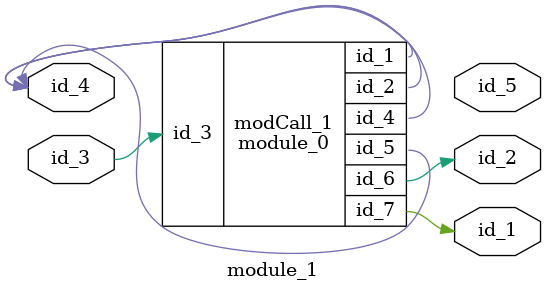
<source format=v>
module module_0 (
    id_1,
    id_2,
    id_3,
    id_4,
    id_5,
    id_6,
    id_7
);
  output wire id_7;
  output wire id_6;
  inout wire id_5;
  inout wire id_4;
  input wire id_3;
  output wire id_2;
  inout wire id_1;
endmodule
module module_1 (
    id_1,
    id_2,
    id_3,
    id_4,
    id_5
);
  output wire id_5;
  inout wire id_4;
  inout wire id_3;
  output wire id_2;
  module_0 modCall_1 (
      id_4,
      id_4,
      id_3,
      id_4,
      id_4,
      id_2,
      id_1
  );
  output wire id_1;
  wire id_6;
endmodule

</source>
